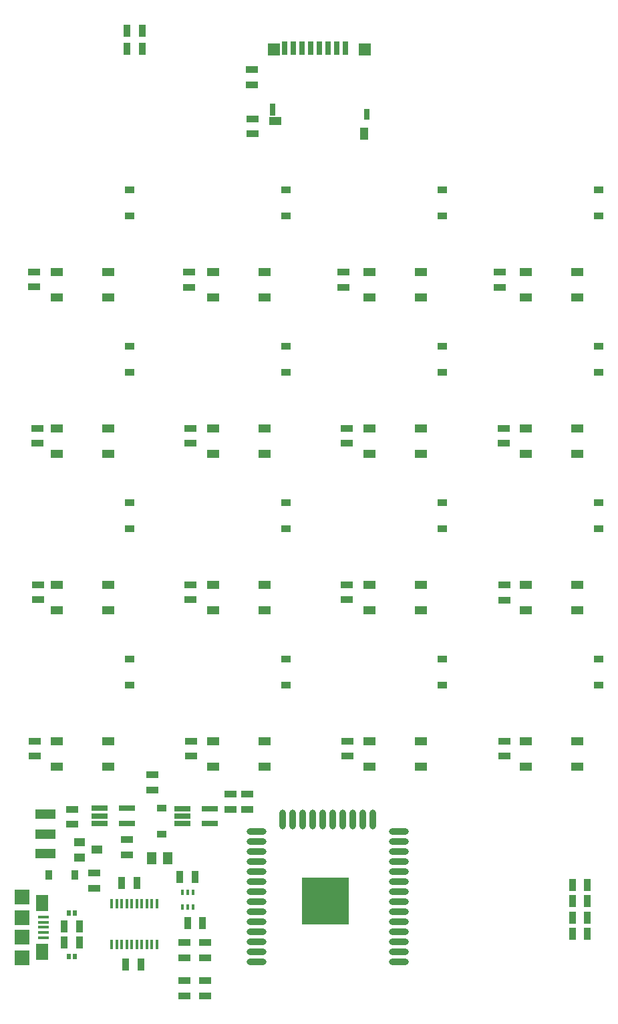
<source format=gbp>
G04 #@! TF.GenerationSoftware,KiCad,Pcbnew,(5.0.0-rc2-dev-321-g78161b592)*
G04 #@! TF.CreationDate,2018-06-26T01:07:03-06:00*
G04 #@! TF.ProjectId,KeyGridBadge,4B65794772696442616467652E6B6963,rev?*
G04 #@! TF.SameCoordinates,Original*
G04 #@! TF.FileFunction,Paste,Bot*
G04 #@! TF.FilePolarity,Positive*
%FSLAX46Y46*%
G04 Gerber Fmt 4.6, Leading zero omitted, Abs format (unit mm)*
G04 Created by KiCad (PCBNEW (5.0.0-rc2-dev-321-g78161b592)) date 06/26/18 01:07:03*
%MOMM*%
%LPD*%
G01*
G04 APERTURE LIST*
%ADD10O,2.500000X0.900000*%
%ADD11O,0.900000X2.500000*%
%ADD12R,6.000000X6.000000*%
%ADD13R,1.500000X1.000000*%
%ADD14R,1.500000X0.970000*%
%ADD15R,0.970000X1.500000*%
%ADD16R,1.200000X0.900000*%
%ADD17R,1.350000X0.400000*%
%ADD18R,1.900000X1.900000*%
%ADD19R,1.600000X2.100000*%
%ADD20R,0.700176X1.750440*%
%ADD21R,0.701191X1.752980*%
%ADD22R,0.700643X1.751610*%
%ADD23R,0.700871X1.752180*%
%ADD24R,0.700982X1.752460*%
%ADD25R,0.700174X1.750430*%
%ADD26R,0.700710X1.751770*%
%ADD27R,0.701055X1.752640*%
%ADD28R,1.500920X1.500920*%
%ADD29R,1.501800X1.501800*%
%ADD30R,0.800585X1.501100*%
%ADD31R,0.800364X1.400640*%
%ADD32R,1.500010X1.000010*%
%ADD33R,1.001290X1.501930*%
%ADD34R,0.400000X0.650000*%
%ADD35R,1.400000X1.000000*%
%ADD36R,0.400000X1.200000*%
%ADD37R,2.500000X1.250000*%
%ADD38R,0.575000X0.650000*%
%ADD39R,0.900000X1.200000*%
%ADD40R,2.000000X0.650000*%
%ADD41R,1.145000X1.500000*%
G04 APERTURE END LIST*
D10*
X113480000Y-159780000D03*
X113480000Y-158510000D03*
X113480000Y-157240000D03*
X113480000Y-155970000D03*
X113480000Y-154700000D03*
X113480000Y-153430000D03*
X113480000Y-152160000D03*
X113480000Y-150890000D03*
X113480000Y-149620000D03*
X113480000Y-148350000D03*
X113480000Y-147080000D03*
X113480000Y-145810000D03*
X113480000Y-144540000D03*
X113480000Y-143270000D03*
D11*
X110195000Y-141780000D03*
X108925000Y-141780000D03*
X107655000Y-141780000D03*
X106385000Y-141780000D03*
X105115000Y-141780000D03*
X103845000Y-141780000D03*
X102575000Y-141780000D03*
X101305000Y-141780000D03*
X100035000Y-141780000D03*
X98765000Y-141780000D03*
D10*
X95480000Y-143270000D03*
X95480000Y-144540000D03*
X95480000Y-145810000D03*
X95480000Y-147080000D03*
X95480000Y-148350000D03*
X95480000Y-149620000D03*
X95480000Y-150890000D03*
X95480000Y-152160000D03*
X95480000Y-153430000D03*
X95480000Y-154700000D03*
X95480000Y-155970000D03*
X95480000Y-157240000D03*
X95480000Y-158510000D03*
X95480000Y-159780000D03*
D12*
X104180000Y-152080000D03*
D13*
X129550000Y-95450000D03*
X129550000Y-92200000D03*
X136050000Y-95450000D03*
X136050000Y-92200000D03*
X129550000Y-115250000D03*
X129550000Y-112000000D03*
X136050000Y-115250000D03*
X136050000Y-112000000D03*
X136050000Y-72400000D03*
X136050000Y-75650000D03*
X129550000Y-72400000D03*
X129550000Y-75650000D03*
X136050000Y-131800000D03*
X136050000Y-135050000D03*
X129550000Y-131800000D03*
X129550000Y-135050000D03*
X89950000Y-75650000D03*
X89950000Y-72400000D03*
X96450000Y-75650000D03*
X96450000Y-72400000D03*
D14*
X67260000Y-74285000D03*
X67260000Y-72375000D03*
X86870000Y-74325000D03*
X86870000Y-72415000D03*
X106430000Y-72405000D03*
X106430000Y-74315000D03*
X126230000Y-72435000D03*
X126230000Y-74345000D03*
X67650000Y-92195000D03*
X67650000Y-94105000D03*
X87100000Y-92195000D03*
X87100000Y-94105000D03*
X106910000Y-94115000D03*
X106910000Y-92205000D03*
X126770000Y-94115000D03*
X126770000Y-92205000D03*
X67720000Y-113905000D03*
X67720000Y-111995000D03*
X87100000Y-111995000D03*
X87100000Y-113905000D03*
X106910000Y-113905000D03*
X106910000Y-111995000D03*
X126840000Y-112045000D03*
X126840000Y-113955000D03*
X67310000Y-133715000D03*
X67310000Y-131805000D03*
X87160000Y-131805000D03*
X87160000Y-133715000D03*
X106920000Y-133715000D03*
X106920000Y-131805000D03*
X126830000Y-131805000D03*
X126830000Y-133715000D03*
D15*
X78865000Y-160150000D03*
X80775000Y-160150000D03*
D14*
X86340000Y-164075000D03*
X86340000Y-162165000D03*
X88920000Y-159245000D03*
X88920000Y-157335000D03*
X88920000Y-162165000D03*
X88920000Y-164075000D03*
X94860000Y-48665000D03*
X94860000Y-46755000D03*
D15*
X78355000Y-149810000D03*
X80265000Y-149810000D03*
D16*
X79390000Y-62010000D03*
X79390000Y-65310000D03*
X99190000Y-65310000D03*
X99190000Y-62010000D03*
X118980000Y-65310000D03*
X118980000Y-62010000D03*
X138790000Y-65310000D03*
X138790000Y-62010000D03*
X79390000Y-81810000D03*
X79390000Y-85110000D03*
X99190000Y-85110000D03*
X99190000Y-81810000D03*
X118980000Y-81810000D03*
X118980000Y-85110000D03*
X138790000Y-81810000D03*
X138790000Y-85110000D03*
X79390000Y-101610000D03*
X79390000Y-104910000D03*
X99190000Y-104910000D03*
X99190000Y-101610000D03*
X118980000Y-101610000D03*
X118980000Y-104910000D03*
X138790000Y-104910000D03*
X138790000Y-101610000D03*
X79390000Y-124720000D03*
X79390000Y-121420000D03*
X99190000Y-121420000D03*
X99190000Y-124720000D03*
X118980000Y-124720000D03*
X118980000Y-121420000D03*
X138790000Y-121420000D03*
X138790000Y-124720000D03*
D17*
X68400000Y-156700000D03*
X68400000Y-156050000D03*
X68400000Y-155400000D03*
X68400000Y-154750000D03*
X68400000Y-154100000D03*
D18*
X65750000Y-156600000D03*
X65750000Y-154200000D03*
X65750000Y-159250000D03*
D19*
X68300000Y-158500000D03*
X68300000Y-152300000D03*
D18*
X65750000Y-151550000D03*
D20*
X106675000Y-44062000D03*
D21*
X105575000Y-44062000D03*
D22*
X104475000Y-44062000D03*
D23*
X103375000Y-44062000D03*
D24*
X102275000Y-44062000D03*
D25*
X101175000Y-44062000D03*
D26*
X100075000Y-44062000D03*
D27*
X98975000Y-44062000D03*
D28*
X97675000Y-44187000D03*
D29*
X109125000Y-44187000D03*
D30*
X97500000Y-51787000D03*
D31*
X109450000Y-52437000D03*
D32*
X97855000Y-53287000D03*
D33*
X109050000Y-54887000D03*
D34*
X87380000Y-152840000D03*
X86080000Y-152840000D03*
X86730000Y-150940000D03*
X86730000Y-152840000D03*
X86080000Y-150940000D03*
X87380000Y-150940000D03*
D35*
X73000000Y-146530000D03*
X73000000Y-144630000D03*
X75200000Y-145580000D03*
D15*
X79045000Y-44100000D03*
X80955000Y-44100000D03*
X80955000Y-41800000D03*
X79045000Y-41800000D03*
X72975000Y-157360000D03*
X71065000Y-157360000D03*
X71065000Y-155300000D03*
X72975000Y-155300000D03*
X135485000Y-156230000D03*
X137395000Y-156230000D03*
X137395000Y-154163332D03*
X135485000Y-154163332D03*
X135485000Y-152096666D03*
X137395000Y-152096666D03*
X137395000Y-150030000D03*
X135485000Y-150030000D03*
D14*
X86340000Y-157340000D03*
X86340000Y-159250000D03*
D15*
X88595000Y-154880000D03*
X86685000Y-154880000D03*
X85715000Y-149040000D03*
X87625000Y-149040000D03*
D14*
X74890000Y-148535000D03*
X74890000Y-150445000D03*
X94920000Y-52975000D03*
X94920000Y-54885000D03*
D36*
X77102500Y-152380000D03*
X77737500Y-152380000D03*
X78372500Y-152380000D03*
X79007500Y-152380000D03*
X79642500Y-152380000D03*
X80277500Y-152380000D03*
X80912500Y-152380000D03*
X81547500Y-152380000D03*
X82182500Y-152380000D03*
X82817500Y-152380000D03*
X82817500Y-157580000D03*
X82182500Y-157580000D03*
X81547500Y-157580000D03*
X80912500Y-157580000D03*
X80277500Y-157580000D03*
X79642500Y-157580000D03*
X79007500Y-157580000D03*
X78372500Y-157580000D03*
X77737500Y-157580000D03*
X77102500Y-157580000D03*
D13*
X70150000Y-75650000D03*
X70150000Y-72400000D03*
X76650000Y-75650000D03*
X76650000Y-72400000D03*
X116250000Y-72400000D03*
X116250000Y-75650000D03*
X109750000Y-72400000D03*
X109750000Y-75650000D03*
X70150000Y-95450000D03*
X70150000Y-92200000D03*
X76650000Y-95450000D03*
X76650000Y-92200000D03*
X89950000Y-95450000D03*
X89950000Y-92200000D03*
X96450000Y-95450000D03*
X96450000Y-92200000D03*
X116250000Y-92200000D03*
X116250000Y-95450000D03*
X109750000Y-92200000D03*
X109750000Y-95450000D03*
X76650000Y-112000000D03*
X76650000Y-115250000D03*
X70150000Y-112000000D03*
X70150000Y-115250000D03*
X89950000Y-115250000D03*
X89950000Y-112000000D03*
X96450000Y-115250000D03*
X96450000Y-112000000D03*
X116250000Y-112000000D03*
X116250000Y-115250000D03*
X109750000Y-112000000D03*
X109750000Y-115250000D03*
X76650000Y-131800000D03*
X76650000Y-135050000D03*
X70150000Y-131800000D03*
X70150000Y-135050000D03*
X89950000Y-135050000D03*
X89950000Y-131800000D03*
X96450000Y-135050000D03*
X96450000Y-131800000D03*
X116250000Y-131800000D03*
X116250000Y-135050000D03*
X109750000Y-131800000D03*
X109750000Y-135050000D03*
D37*
X68650000Y-146100000D03*
X68650000Y-143600000D03*
X68650000Y-141100000D03*
D14*
X72050000Y-142355000D03*
X72050000Y-140445000D03*
D38*
X71622500Y-159060000D03*
X72397500Y-159060000D03*
X72397500Y-153570000D03*
X71622500Y-153570000D03*
D14*
X92150000Y-140455000D03*
X92150000Y-138545000D03*
X82240000Y-136105000D03*
X82240000Y-138015000D03*
X78990000Y-144305000D03*
X78990000Y-146215000D03*
D39*
X72440000Y-148740000D03*
X69140000Y-148740000D03*
D40*
X79000000Y-142240000D03*
X79000000Y-140340000D03*
X75580000Y-140340000D03*
X75580000Y-141290000D03*
X75580000Y-142240000D03*
X86080000Y-142260000D03*
X86080000Y-141310000D03*
X86080000Y-140360000D03*
X89500000Y-140360000D03*
X89500000Y-142260000D03*
D41*
X82117500Y-146630000D03*
X84202500Y-146630000D03*
D14*
X94230000Y-138545000D03*
X94230000Y-140455000D03*
D16*
X83400000Y-143580000D03*
X83400000Y-140280000D03*
M02*

</source>
